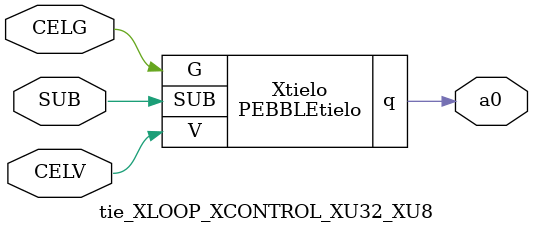
<source format=v>



module PEBBLEtielo ( q, G, SUB, V );

  input V;
  output q;
  input G;
  input SUB;
endmodule

//Celera Confidential Do Not Copy tie_XLOOP_XCONTROL_XU32_XU8
//Celera Confidential Symbol Generator
//TIE
module tie_XLOOP_XCONTROL_XU32_XU8 (CELV,CELG,a0,SUB);
input CELV;
input CELG;
output a0;
input SUB;

//Celera Confidential Do Not Copy tie
PEBBLEtielo Xtielo(
.V (CELV),
.q (a0),
.SUB (SUB),
.G (CELG)
);
//,diesize,PEBBLEtielo

//Celera Confidential Do Not Copy Module End
//Celera Schematic Generator
endmodule

</source>
